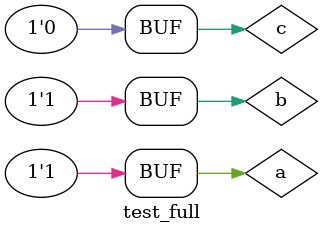
<source format=v>
`timescale 1ns / 1ps


module test_full;

	// Inputs
	reg a;
	reg b;
	reg c;

	// Outputs
	wire s;
	wire c1;

	// Instantiate the Unit Under Test (UUT)
	bit_adder uut (
		.a(a), 
		.b(b), 
		.c(c), 
		.s(s), 
		.c1(c1)
	);

	initial begin
		// Initialize Inputs
		a = 0;
		b = 0;
		c = 0;

		// Wait 100 ns for global reset to finish
		#100;
		a=0;
		b=1;
		#100;
		a=1;
		b=0;
		#100;
		a=1;
		b=1;
        
		// Add stimulus here

	end
      
endmodule


</source>
